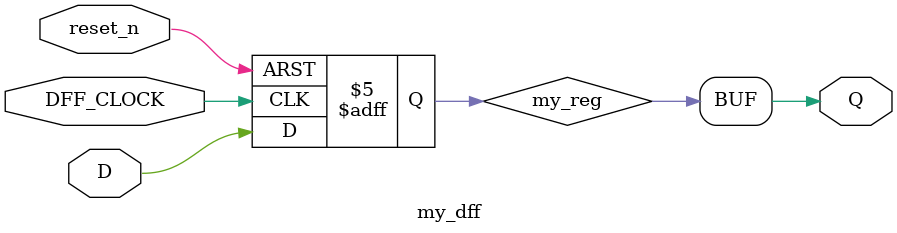
<source format=v>
`timescale 1ns/1ps
`default_nettype none
`define SYNTHESIS
module my_design(
    input [7:0] io_in,
    output [7:0] io_out
  );


  wire clk = io_in[4];
  wire reset_n = io_in[5];
  wire [3:0] my_data = io_in[3:0];
  wire valid = io_in[6];
  wire toggle = io_in[7];

  reg [15:0] mult_in_reg;
  wire [15:0] mult_res;


  wire valid_db;

  debouncer my_deb(
              .clk(clk),
              .reset_n(reset_n),
              .valid(valid),
              .valid_db(valid_db)
            );


  wire valid_pulse;

  edge_detector my_edge(
                  .clk(clk),
                  .reset_n(reset_n),
                  .valid_db(valid_db),
                  .valid_pulse(valid_pulse)
                );

  wire [7:0] mult_first_byte = mult_in_reg[7:0];
  wire [7:0] mult_second_byte = mult_in_reg[15:8];

  initial
  begin
    mult_in_reg = 'h0;
  end

  always @(posedge clk or negedge reset_n)
  begin
    if (!reset_n)
    begin
      mult_in_reg <= 'h0;
    end
    else
    begin
      if (valid_pulse)
      begin
        mult_in_reg <= {mult_in_reg[11:0], my_data};
      end
    end
  end


  assign mult_res = mult_first_byte * mult_second_byte;


  assign io_out = (toggle==0)? mult_res[7:0] : mult_res[15:8];

endmodule

module edge_detector ( input valid_db,
                         input clk,
                         input reset_n,
                         output valid_pulse);

  reg   valid_dly;

  initial
  begin
    valid_dly = 0;
  end

  always @ (posedge clk or negedge reset_n)
  begin
    if (!reset_n)
    begin
      valid_dly <= 0;
    end

    else
    begin
      valid_dly <= valid_db;
    end


  end

  assign valid_pulse = valid_db & ~valid_dly;
endmodule

module debouncer(input valid,clk,reset_n,output valid_db);
`ifdef SIMULATION

  assign valid_db = valid;

`endif

`ifdef SYNTHESIS



  wire slow_clk;
  reg valid1;
  wire Q1,Q2,Q2_bar,Q0;


  initial
  begin
    valid1 = 0;
  end


  //clock_div u1(clk, reset,slow_clk);
  clock_divider devo(clk, reset_n,slow_clk);
  my_dff d0(slow_clk, valid, reset_n,Q0 );

  my_dff d1(slow_clk, Q0,reset_n,Q1 );
  my_dff d2(slow_clk, Q1,reset_n,Q2 );
  assign Q2_bar = ~Q2;
  always @ (posedge clk or negedge reset_n)
  begin
    if (!reset_n)
    begin
      valid1 <= 0;
    end
    else
    begin
      valid1 <= Q1 & Q2_bar;
    end
  end

  assign valid_db = valid1;
`endif

endmodule

// Slow clock for debouncing
module clock_div(input Clk_1000Hz, reset_n,output  slow_clk

                  );
  reg [9:0]counter=0;
  reg r_slow_clk;

  initial
  begin
    counter='h0;
    r_slow_clk=0;
  end

  always @(posedge Clk_1000Hz or negedge reset_n)
  begin
    if (!reset_n)
    begin
      counter<='h0;
      r_slow_clk<=0;
    end
    else
    begin
      counter <= (counter>=500)?0:counter+1;
      r_slow_clk <= (counter < 500)?1'b0:1'b1;
    end

  end
  assign slow_clk = r_slow_clk;
endmodule

// new clock divider

module clock_divider (
    input clk_in,
    input reset_n,
    output  clk_out
  );


  parameter DIV_VAL = 7;
  reg [DIV_VAL:0] q_reg;
  reg[7:0] k;

  initial
  begin
    for (k=0; k<=DIV_VAL; k=k+1)
    begin
      q_reg[k] = 0;
    end
  end

  genvar i;






  always @(posedge clk_in or negedge reset_n)
  begin
    if (!reset_n) begin
      q_reg[0] <= 'h0;
    end else begin
      q_reg[0] <= ~q_reg[0];
    end
    
  end

  generate
    for (i=0; i<DIV_VAL; i=i+1)
    begin
      always @(posedge q_reg[i] or negedge reset_n)
      begin
        if (!reset_n) begin
          q_reg[i+1] <= 'h0;
        end else begin
          q_reg[i+1] <= ~q_reg[i+1];
        end
        
      end
    end
  endgenerate





  assign clk_out = q_reg[DIV_VAL];

endmodule

// D-flip-flop for debouncing module
module my_dff(input DFF_CLOCK, D, reset_n,output  Q);

  reg my_reg;

  initial
  begin
    my_reg = 'h0;
  end

  always @ (posedge DFF_CLOCK or negedge reset_n)
  begin
    if (!reset_n)
    begin
      my_reg <= 'h0;
    end
    else
    begin
      my_reg <= D;
    end

  end

  assign Q = my_reg;

endmodule

</source>
